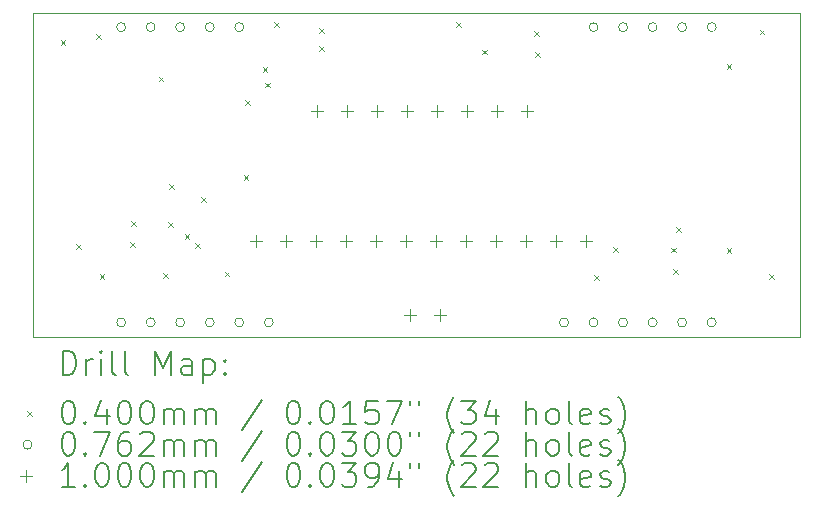
<source format=gbr>
%TF.GenerationSoftware,KiCad,Pcbnew,7.99.0-3522-gc5520b3eef-dirty*%
%TF.CreationDate,2023-12-16T18:02:14+00:00*%
%TF.ProjectId,VFD Replacement,56464420-5265-4706-9c61-63656d656e74,rev?*%
%TF.SameCoordinates,Original*%
%TF.FileFunction,Drillmap*%
%TF.FilePolarity,Positive*%
%FSLAX45Y45*%
G04 Gerber Fmt 4.5, Leading zero omitted, Abs format (unit mm)*
G04 Created by KiCad (PCBNEW 7.99.0-3522-gc5520b3eef-dirty) date 2023-12-16 18:02:14*
%MOMM*%
%LPD*%
G01*
G04 APERTURE LIST*
%ADD10C,0.100000*%
%ADD11C,0.200000*%
G04 APERTURE END LIST*
D10*
X12452820Y-4296163D02*
X18952820Y-4296163D01*
X18952820Y-7046162D01*
X12452820Y-7046162D01*
X12452820Y-4296163D01*
D11*
D10*
X12690000Y-4530000D02*
X12730000Y-4570000D01*
X12730000Y-4530000D02*
X12690000Y-4570000D01*
X12820000Y-6260000D02*
X12860000Y-6300000D01*
X12860000Y-6260000D02*
X12820000Y-6300000D01*
X12990000Y-4480000D02*
X13030000Y-4520000D01*
X13030000Y-4480000D02*
X12990000Y-4520000D01*
X13020000Y-6510000D02*
X13060000Y-6550000D01*
X13060000Y-6510000D02*
X13020000Y-6550000D01*
X13280000Y-6240000D02*
X13320000Y-6280000D01*
X13320000Y-6240000D02*
X13280000Y-6280000D01*
X13290000Y-6062450D02*
X13330000Y-6102450D01*
X13330000Y-6062450D02*
X13290000Y-6102450D01*
X13520000Y-4840000D02*
X13560000Y-4880000D01*
X13560000Y-4840000D02*
X13520000Y-4880000D01*
X13560000Y-6500000D02*
X13600000Y-6540000D01*
X13600000Y-6500000D02*
X13560000Y-6540000D01*
X13600000Y-6070000D02*
X13640000Y-6110000D01*
X13640000Y-6070000D02*
X13600000Y-6110000D01*
X13610000Y-5750000D02*
X13650000Y-5790000D01*
X13650000Y-5750000D02*
X13610000Y-5790000D01*
X13740000Y-6170000D02*
X13780000Y-6210000D01*
X13780000Y-6170000D02*
X13740000Y-6210000D01*
X13830000Y-6250000D02*
X13870000Y-6290000D01*
X13870000Y-6250000D02*
X13830000Y-6290000D01*
X13880000Y-5857550D02*
X13920000Y-5897550D01*
X13920000Y-5857550D02*
X13880000Y-5897550D01*
X14080000Y-6490000D02*
X14120000Y-6530000D01*
X14120000Y-6490000D02*
X14080000Y-6530000D01*
X14240000Y-5670000D02*
X14280000Y-5710000D01*
X14280000Y-5670000D02*
X14240000Y-5710000D01*
X14250000Y-5037550D02*
X14290000Y-5077550D01*
X14290000Y-5037550D02*
X14250000Y-5077550D01*
X14400000Y-4760000D02*
X14440000Y-4800000D01*
X14440000Y-4760000D02*
X14400000Y-4800000D01*
X14420000Y-4890000D02*
X14460000Y-4930000D01*
X14460000Y-4890000D02*
X14420000Y-4930000D01*
X14500000Y-4380000D02*
X14540000Y-4420000D01*
X14540000Y-4380000D02*
X14500000Y-4420000D01*
X14878770Y-4431230D02*
X14918770Y-4471230D01*
X14918770Y-4431230D02*
X14878770Y-4471230D01*
X14880000Y-4580000D02*
X14920000Y-4620000D01*
X14920000Y-4580000D02*
X14880000Y-4620000D01*
X16040000Y-4380000D02*
X16080000Y-4420000D01*
X16080000Y-4380000D02*
X16040000Y-4420000D01*
X16260000Y-4610000D02*
X16300000Y-4650000D01*
X16300000Y-4610000D02*
X16260000Y-4650000D01*
X16700000Y-4452450D02*
X16740000Y-4492450D01*
X16740000Y-4452450D02*
X16700000Y-4492450D01*
X16708770Y-4631230D02*
X16748770Y-4671230D01*
X16748770Y-4631230D02*
X16708770Y-4671230D01*
X17210000Y-6520000D02*
X17250000Y-6560000D01*
X17250000Y-6520000D02*
X17210000Y-6560000D01*
X17370000Y-6280000D02*
X17410000Y-6320000D01*
X17410000Y-6280000D02*
X17370000Y-6320000D01*
X17860246Y-6287550D02*
X17900246Y-6327550D01*
X17900246Y-6287550D02*
X17860246Y-6327550D01*
X17876368Y-6471113D02*
X17916368Y-6511113D01*
X17916368Y-6471113D02*
X17876368Y-6511113D01*
X17900000Y-6112450D02*
X17940000Y-6152450D01*
X17940000Y-6112450D02*
X17900000Y-6152450D01*
X18330000Y-4730000D02*
X18370000Y-4770000D01*
X18370000Y-4730000D02*
X18330000Y-4770000D01*
X18330000Y-6290000D02*
X18370000Y-6330000D01*
X18370000Y-6290000D02*
X18330000Y-6330000D01*
X18610000Y-4440000D02*
X18650000Y-4480000D01*
X18650000Y-4440000D02*
X18610000Y-4480000D01*
X18690000Y-6510000D02*
X18730000Y-6550000D01*
X18730000Y-6510000D02*
X18690000Y-6550000D01*
X13240920Y-4420000D02*
G75*
G02*
X13240920Y-4420000I-38100J0D01*
G01*
X13240920Y-6920000D02*
G75*
G02*
X13240920Y-6920000I-38100J0D01*
G01*
X13490920Y-4420000D02*
G75*
G02*
X13490920Y-4420000I-38100J0D01*
G01*
X13490920Y-6920000D02*
G75*
G02*
X13490920Y-6920000I-38100J0D01*
G01*
X13740920Y-4420000D02*
G75*
G02*
X13740920Y-4420000I-38100J0D01*
G01*
X13740920Y-6920000D02*
G75*
G02*
X13740920Y-6920000I-38100J0D01*
G01*
X13990920Y-4420000D02*
G75*
G02*
X13990920Y-4420000I-38100J0D01*
G01*
X13990920Y-6920000D02*
G75*
G02*
X13990920Y-6920000I-38100J0D01*
G01*
X14240920Y-4420000D02*
G75*
G02*
X14240920Y-4420000I-38100J0D01*
G01*
X14240920Y-6920000D02*
G75*
G02*
X14240920Y-6920000I-38100J0D01*
G01*
X14490920Y-6920000D02*
G75*
G02*
X14490920Y-6920000I-38100J0D01*
G01*
X16990600Y-6920000D02*
G75*
G02*
X16990600Y-6920000I-38100J0D01*
G01*
X17240600Y-6920000D02*
G75*
G02*
X17240600Y-6920000I-38100J0D01*
G01*
X17240920Y-4420000D02*
G75*
G02*
X17240920Y-4420000I-38100J0D01*
G01*
X17490600Y-6920000D02*
G75*
G02*
X17490600Y-6920000I-38100J0D01*
G01*
X17490920Y-4420000D02*
G75*
G02*
X17490920Y-4420000I-38100J0D01*
G01*
X17740600Y-6920000D02*
G75*
G02*
X17740600Y-6920000I-38100J0D01*
G01*
X17740920Y-4420000D02*
G75*
G02*
X17740920Y-4420000I-38100J0D01*
G01*
X17990600Y-6920000D02*
G75*
G02*
X17990600Y-6920000I-38100J0D01*
G01*
X17990920Y-4420000D02*
G75*
G02*
X17990920Y-4420000I-38100J0D01*
G01*
X18240600Y-6920000D02*
G75*
G02*
X18240600Y-6920000I-38100J0D01*
G01*
X18240920Y-4420000D02*
G75*
G02*
X18240920Y-4420000I-38100J0D01*
G01*
X14348000Y-6180000D02*
X14348000Y-6280000D01*
X14298000Y-6230000D02*
X14398000Y-6230000D01*
X14602000Y-6180000D02*
X14602000Y-6280000D01*
X14552000Y-6230000D02*
X14652000Y-6230000D01*
X14856000Y-6180000D02*
X14856000Y-6280000D01*
X14806000Y-6230000D02*
X14906000Y-6230000D01*
X14858000Y-5080000D02*
X14858000Y-5180000D01*
X14808000Y-5130000D02*
X14908000Y-5130000D01*
X15110000Y-6180000D02*
X15110000Y-6280000D01*
X15060000Y-6230000D02*
X15160000Y-6230000D01*
X15112000Y-5080000D02*
X15112000Y-5180000D01*
X15062000Y-5130000D02*
X15162000Y-5130000D01*
X15364000Y-6180000D02*
X15364000Y-6280000D01*
X15314000Y-6230000D02*
X15414000Y-6230000D01*
X15366000Y-5080000D02*
X15366000Y-5180000D01*
X15316000Y-5130000D02*
X15416000Y-5130000D01*
X15618000Y-6180000D02*
X15618000Y-6280000D01*
X15568000Y-6230000D02*
X15668000Y-6230000D01*
X15620000Y-5080000D02*
X15620000Y-5180000D01*
X15570000Y-5130000D02*
X15670000Y-5130000D01*
X15646000Y-6810000D02*
X15646000Y-6910000D01*
X15596000Y-6860000D02*
X15696000Y-6860000D01*
X15872000Y-6180000D02*
X15872000Y-6280000D01*
X15822000Y-6230000D02*
X15922000Y-6230000D01*
X15874000Y-5080000D02*
X15874000Y-5180000D01*
X15824000Y-5130000D02*
X15924000Y-5130000D01*
X15900000Y-6810000D02*
X15900000Y-6910000D01*
X15850000Y-6860000D02*
X15950000Y-6860000D01*
X16126000Y-6180000D02*
X16126000Y-6280000D01*
X16076000Y-6230000D02*
X16176000Y-6230000D01*
X16128000Y-5080000D02*
X16128000Y-5180000D01*
X16078000Y-5130000D02*
X16178000Y-5130000D01*
X16380000Y-6180000D02*
X16380000Y-6280000D01*
X16330000Y-6230000D02*
X16430000Y-6230000D01*
X16382000Y-5080000D02*
X16382000Y-5180000D01*
X16332000Y-5130000D02*
X16432000Y-5130000D01*
X16634000Y-6180000D02*
X16634000Y-6280000D01*
X16584000Y-6230000D02*
X16684000Y-6230000D01*
X16636000Y-5080000D02*
X16636000Y-5180000D01*
X16586000Y-5130000D02*
X16686000Y-5130000D01*
X16888000Y-6180000D02*
X16888000Y-6280000D01*
X16838000Y-6230000D02*
X16938000Y-6230000D01*
X17142000Y-6180000D02*
X17142000Y-6280000D01*
X17092000Y-6230000D02*
X17192000Y-6230000D01*
D11*
X12708596Y-7362646D02*
X12708596Y-7162646D01*
X12708596Y-7162646D02*
X12756215Y-7162646D01*
X12756215Y-7162646D02*
X12784787Y-7172170D01*
X12784787Y-7172170D02*
X12803834Y-7191218D01*
X12803834Y-7191218D02*
X12813358Y-7210265D01*
X12813358Y-7210265D02*
X12822882Y-7248360D01*
X12822882Y-7248360D02*
X12822882Y-7276932D01*
X12822882Y-7276932D02*
X12813358Y-7315027D01*
X12813358Y-7315027D02*
X12803834Y-7334075D01*
X12803834Y-7334075D02*
X12784787Y-7353122D01*
X12784787Y-7353122D02*
X12756215Y-7362646D01*
X12756215Y-7362646D02*
X12708596Y-7362646D01*
X12908596Y-7362646D02*
X12908596Y-7229313D01*
X12908596Y-7267408D02*
X12918120Y-7248360D01*
X12918120Y-7248360D02*
X12927644Y-7238837D01*
X12927644Y-7238837D02*
X12946692Y-7229313D01*
X12946692Y-7229313D02*
X12965739Y-7229313D01*
X13032406Y-7362646D02*
X13032406Y-7229313D01*
X13032406Y-7162646D02*
X13022882Y-7172170D01*
X13022882Y-7172170D02*
X13032406Y-7181694D01*
X13032406Y-7181694D02*
X13041930Y-7172170D01*
X13041930Y-7172170D02*
X13032406Y-7162646D01*
X13032406Y-7162646D02*
X13032406Y-7181694D01*
X13156215Y-7362646D02*
X13137168Y-7353122D01*
X13137168Y-7353122D02*
X13127644Y-7334075D01*
X13127644Y-7334075D02*
X13127644Y-7162646D01*
X13260977Y-7362646D02*
X13241930Y-7353122D01*
X13241930Y-7353122D02*
X13232406Y-7334075D01*
X13232406Y-7334075D02*
X13232406Y-7162646D01*
X13489549Y-7362646D02*
X13489549Y-7162646D01*
X13489549Y-7162646D02*
X13556215Y-7305503D01*
X13556215Y-7305503D02*
X13622882Y-7162646D01*
X13622882Y-7162646D02*
X13622882Y-7362646D01*
X13803834Y-7362646D02*
X13803834Y-7257884D01*
X13803834Y-7257884D02*
X13794311Y-7238837D01*
X13794311Y-7238837D02*
X13775263Y-7229313D01*
X13775263Y-7229313D02*
X13737168Y-7229313D01*
X13737168Y-7229313D02*
X13718120Y-7238837D01*
X13803834Y-7353122D02*
X13784787Y-7362646D01*
X13784787Y-7362646D02*
X13737168Y-7362646D01*
X13737168Y-7362646D02*
X13718120Y-7353122D01*
X13718120Y-7353122D02*
X13708596Y-7334075D01*
X13708596Y-7334075D02*
X13708596Y-7315027D01*
X13708596Y-7315027D02*
X13718120Y-7295980D01*
X13718120Y-7295980D02*
X13737168Y-7286456D01*
X13737168Y-7286456D02*
X13784787Y-7286456D01*
X13784787Y-7286456D02*
X13803834Y-7276932D01*
X13899073Y-7229313D02*
X13899073Y-7429313D01*
X13899073Y-7238837D02*
X13918120Y-7229313D01*
X13918120Y-7229313D02*
X13956215Y-7229313D01*
X13956215Y-7229313D02*
X13975263Y-7238837D01*
X13975263Y-7238837D02*
X13984787Y-7248360D01*
X13984787Y-7248360D02*
X13994311Y-7267408D01*
X13994311Y-7267408D02*
X13994311Y-7324551D01*
X13994311Y-7324551D02*
X13984787Y-7343599D01*
X13984787Y-7343599D02*
X13975263Y-7353122D01*
X13975263Y-7353122D02*
X13956215Y-7362646D01*
X13956215Y-7362646D02*
X13918120Y-7362646D01*
X13918120Y-7362646D02*
X13899073Y-7353122D01*
X14080025Y-7343599D02*
X14089549Y-7353122D01*
X14089549Y-7353122D02*
X14080025Y-7362646D01*
X14080025Y-7362646D02*
X14070501Y-7353122D01*
X14070501Y-7353122D02*
X14080025Y-7343599D01*
X14080025Y-7343599D02*
X14080025Y-7362646D01*
X14080025Y-7238837D02*
X14089549Y-7248360D01*
X14089549Y-7248360D02*
X14080025Y-7257884D01*
X14080025Y-7257884D02*
X14070501Y-7248360D01*
X14070501Y-7248360D02*
X14080025Y-7238837D01*
X14080025Y-7238837D02*
X14080025Y-7257884D01*
D10*
X12407820Y-7671162D02*
X12447820Y-7711162D01*
X12447820Y-7671162D02*
X12407820Y-7711162D01*
D11*
X12746692Y-7582646D02*
X12765739Y-7582646D01*
X12765739Y-7582646D02*
X12784787Y-7592170D01*
X12784787Y-7592170D02*
X12794311Y-7601694D01*
X12794311Y-7601694D02*
X12803834Y-7620741D01*
X12803834Y-7620741D02*
X12813358Y-7658837D01*
X12813358Y-7658837D02*
X12813358Y-7706456D01*
X12813358Y-7706456D02*
X12803834Y-7744551D01*
X12803834Y-7744551D02*
X12794311Y-7763599D01*
X12794311Y-7763599D02*
X12784787Y-7773122D01*
X12784787Y-7773122D02*
X12765739Y-7782646D01*
X12765739Y-7782646D02*
X12746692Y-7782646D01*
X12746692Y-7782646D02*
X12727644Y-7773122D01*
X12727644Y-7773122D02*
X12718120Y-7763599D01*
X12718120Y-7763599D02*
X12708596Y-7744551D01*
X12708596Y-7744551D02*
X12699073Y-7706456D01*
X12699073Y-7706456D02*
X12699073Y-7658837D01*
X12699073Y-7658837D02*
X12708596Y-7620741D01*
X12708596Y-7620741D02*
X12718120Y-7601694D01*
X12718120Y-7601694D02*
X12727644Y-7592170D01*
X12727644Y-7592170D02*
X12746692Y-7582646D01*
X12899073Y-7763599D02*
X12908596Y-7773122D01*
X12908596Y-7773122D02*
X12899073Y-7782646D01*
X12899073Y-7782646D02*
X12889549Y-7773122D01*
X12889549Y-7773122D02*
X12899073Y-7763599D01*
X12899073Y-7763599D02*
X12899073Y-7782646D01*
X13080025Y-7649313D02*
X13080025Y-7782646D01*
X13032406Y-7573122D02*
X12984787Y-7715980D01*
X12984787Y-7715980D02*
X13108596Y-7715980D01*
X13222882Y-7582646D02*
X13241930Y-7582646D01*
X13241930Y-7582646D02*
X13260977Y-7592170D01*
X13260977Y-7592170D02*
X13270501Y-7601694D01*
X13270501Y-7601694D02*
X13280025Y-7620741D01*
X13280025Y-7620741D02*
X13289549Y-7658837D01*
X13289549Y-7658837D02*
X13289549Y-7706456D01*
X13289549Y-7706456D02*
X13280025Y-7744551D01*
X13280025Y-7744551D02*
X13270501Y-7763599D01*
X13270501Y-7763599D02*
X13260977Y-7773122D01*
X13260977Y-7773122D02*
X13241930Y-7782646D01*
X13241930Y-7782646D02*
X13222882Y-7782646D01*
X13222882Y-7782646D02*
X13203834Y-7773122D01*
X13203834Y-7773122D02*
X13194311Y-7763599D01*
X13194311Y-7763599D02*
X13184787Y-7744551D01*
X13184787Y-7744551D02*
X13175263Y-7706456D01*
X13175263Y-7706456D02*
X13175263Y-7658837D01*
X13175263Y-7658837D02*
X13184787Y-7620741D01*
X13184787Y-7620741D02*
X13194311Y-7601694D01*
X13194311Y-7601694D02*
X13203834Y-7592170D01*
X13203834Y-7592170D02*
X13222882Y-7582646D01*
X13413358Y-7582646D02*
X13432406Y-7582646D01*
X13432406Y-7582646D02*
X13451454Y-7592170D01*
X13451454Y-7592170D02*
X13460977Y-7601694D01*
X13460977Y-7601694D02*
X13470501Y-7620741D01*
X13470501Y-7620741D02*
X13480025Y-7658837D01*
X13480025Y-7658837D02*
X13480025Y-7706456D01*
X13480025Y-7706456D02*
X13470501Y-7744551D01*
X13470501Y-7744551D02*
X13460977Y-7763599D01*
X13460977Y-7763599D02*
X13451454Y-7773122D01*
X13451454Y-7773122D02*
X13432406Y-7782646D01*
X13432406Y-7782646D02*
X13413358Y-7782646D01*
X13413358Y-7782646D02*
X13394311Y-7773122D01*
X13394311Y-7773122D02*
X13384787Y-7763599D01*
X13384787Y-7763599D02*
X13375263Y-7744551D01*
X13375263Y-7744551D02*
X13365739Y-7706456D01*
X13365739Y-7706456D02*
X13365739Y-7658837D01*
X13365739Y-7658837D02*
X13375263Y-7620741D01*
X13375263Y-7620741D02*
X13384787Y-7601694D01*
X13384787Y-7601694D02*
X13394311Y-7592170D01*
X13394311Y-7592170D02*
X13413358Y-7582646D01*
X13565739Y-7782646D02*
X13565739Y-7649313D01*
X13565739Y-7668360D02*
X13575263Y-7658837D01*
X13575263Y-7658837D02*
X13594311Y-7649313D01*
X13594311Y-7649313D02*
X13622882Y-7649313D01*
X13622882Y-7649313D02*
X13641930Y-7658837D01*
X13641930Y-7658837D02*
X13651454Y-7677884D01*
X13651454Y-7677884D02*
X13651454Y-7782646D01*
X13651454Y-7677884D02*
X13660977Y-7658837D01*
X13660977Y-7658837D02*
X13680025Y-7649313D01*
X13680025Y-7649313D02*
X13708596Y-7649313D01*
X13708596Y-7649313D02*
X13727644Y-7658837D01*
X13727644Y-7658837D02*
X13737168Y-7677884D01*
X13737168Y-7677884D02*
X13737168Y-7782646D01*
X13832406Y-7782646D02*
X13832406Y-7649313D01*
X13832406Y-7668360D02*
X13841930Y-7658837D01*
X13841930Y-7658837D02*
X13860977Y-7649313D01*
X13860977Y-7649313D02*
X13889549Y-7649313D01*
X13889549Y-7649313D02*
X13908596Y-7658837D01*
X13908596Y-7658837D02*
X13918120Y-7677884D01*
X13918120Y-7677884D02*
X13918120Y-7782646D01*
X13918120Y-7677884D02*
X13927644Y-7658837D01*
X13927644Y-7658837D02*
X13946692Y-7649313D01*
X13946692Y-7649313D02*
X13975263Y-7649313D01*
X13975263Y-7649313D02*
X13994311Y-7658837D01*
X13994311Y-7658837D02*
X14003835Y-7677884D01*
X14003835Y-7677884D02*
X14003835Y-7782646D01*
X14394311Y-7573122D02*
X14222882Y-7830265D01*
X14651454Y-7582646D02*
X14670501Y-7582646D01*
X14670501Y-7582646D02*
X14689549Y-7592170D01*
X14689549Y-7592170D02*
X14699073Y-7601694D01*
X14699073Y-7601694D02*
X14708597Y-7620741D01*
X14708597Y-7620741D02*
X14718120Y-7658837D01*
X14718120Y-7658837D02*
X14718120Y-7706456D01*
X14718120Y-7706456D02*
X14708597Y-7744551D01*
X14708597Y-7744551D02*
X14699073Y-7763599D01*
X14699073Y-7763599D02*
X14689549Y-7773122D01*
X14689549Y-7773122D02*
X14670501Y-7782646D01*
X14670501Y-7782646D02*
X14651454Y-7782646D01*
X14651454Y-7782646D02*
X14632406Y-7773122D01*
X14632406Y-7773122D02*
X14622882Y-7763599D01*
X14622882Y-7763599D02*
X14613358Y-7744551D01*
X14613358Y-7744551D02*
X14603835Y-7706456D01*
X14603835Y-7706456D02*
X14603835Y-7658837D01*
X14603835Y-7658837D02*
X14613358Y-7620741D01*
X14613358Y-7620741D02*
X14622882Y-7601694D01*
X14622882Y-7601694D02*
X14632406Y-7592170D01*
X14632406Y-7592170D02*
X14651454Y-7582646D01*
X14803835Y-7763599D02*
X14813358Y-7773122D01*
X14813358Y-7773122D02*
X14803835Y-7782646D01*
X14803835Y-7782646D02*
X14794311Y-7773122D01*
X14794311Y-7773122D02*
X14803835Y-7763599D01*
X14803835Y-7763599D02*
X14803835Y-7782646D01*
X14937168Y-7582646D02*
X14956216Y-7582646D01*
X14956216Y-7582646D02*
X14975263Y-7592170D01*
X14975263Y-7592170D02*
X14984787Y-7601694D01*
X14984787Y-7601694D02*
X14994311Y-7620741D01*
X14994311Y-7620741D02*
X15003835Y-7658837D01*
X15003835Y-7658837D02*
X15003835Y-7706456D01*
X15003835Y-7706456D02*
X14994311Y-7744551D01*
X14994311Y-7744551D02*
X14984787Y-7763599D01*
X14984787Y-7763599D02*
X14975263Y-7773122D01*
X14975263Y-7773122D02*
X14956216Y-7782646D01*
X14956216Y-7782646D02*
X14937168Y-7782646D01*
X14937168Y-7782646D02*
X14918120Y-7773122D01*
X14918120Y-7773122D02*
X14908597Y-7763599D01*
X14908597Y-7763599D02*
X14899073Y-7744551D01*
X14899073Y-7744551D02*
X14889549Y-7706456D01*
X14889549Y-7706456D02*
X14889549Y-7658837D01*
X14889549Y-7658837D02*
X14899073Y-7620741D01*
X14899073Y-7620741D02*
X14908597Y-7601694D01*
X14908597Y-7601694D02*
X14918120Y-7592170D01*
X14918120Y-7592170D02*
X14937168Y-7582646D01*
X15194311Y-7782646D02*
X15080025Y-7782646D01*
X15137168Y-7782646D02*
X15137168Y-7582646D01*
X15137168Y-7582646D02*
X15118120Y-7611218D01*
X15118120Y-7611218D02*
X15099073Y-7630265D01*
X15099073Y-7630265D02*
X15080025Y-7639789D01*
X15375263Y-7582646D02*
X15280025Y-7582646D01*
X15280025Y-7582646D02*
X15270501Y-7677884D01*
X15270501Y-7677884D02*
X15280025Y-7668360D01*
X15280025Y-7668360D02*
X15299073Y-7658837D01*
X15299073Y-7658837D02*
X15346692Y-7658837D01*
X15346692Y-7658837D02*
X15365739Y-7668360D01*
X15365739Y-7668360D02*
X15375263Y-7677884D01*
X15375263Y-7677884D02*
X15384787Y-7696932D01*
X15384787Y-7696932D02*
X15384787Y-7744551D01*
X15384787Y-7744551D02*
X15375263Y-7763599D01*
X15375263Y-7763599D02*
X15365739Y-7773122D01*
X15365739Y-7773122D02*
X15346692Y-7782646D01*
X15346692Y-7782646D02*
X15299073Y-7782646D01*
X15299073Y-7782646D02*
X15280025Y-7773122D01*
X15280025Y-7773122D02*
X15270501Y-7763599D01*
X15451454Y-7582646D02*
X15584787Y-7582646D01*
X15584787Y-7582646D02*
X15499073Y-7782646D01*
X15651454Y-7582646D02*
X15651454Y-7620741D01*
X15727644Y-7582646D02*
X15727644Y-7620741D01*
X16022882Y-7858837D02*
X16013359Y-7849313D01*
X16013359Y-7849313D02*
X15994311Y-7820741D01*
X15994311Y-7820741D02*
X15984787Y-7801694D01*
X15984787Y-7801694D02*
X15975263Y-7773122D01*
X15975263Y-7773122D02*
X15965740Y-7725503D01*
X15965740Y-7725503D02*
X15965740Y-7687408D01*
X15965740Y-7687408D02*
X15975263Y-7639789D01*
X15975263Y-7639789D02*
X15984787Y-7611218D01*
X15984787Y-7611218D02*
X15994311Y-7592170D01*
X15994311Y-7592170D02*
X16013359Y-7563599D01*
X16013359Y-7563599D02*
X16022882Y-7554075D01*
X16080025Y-7582646D02*
X16203835Y-7582646D01*
X16203835Y-7582646D02*
X16137168Y-7658837D01*
X16137168Y-7658837D02*
X16165740Y-7658837D01*
X16165740Y-7658837D02*
X16184787Y-7668360D01*
X16184787Y-7668360D02*
X16194311Y-7677884D01*
X16194311Y-7677884D02*
X16203835Y-7696932D01*
X16203835Y-7696932D02*
X16203835Y-7744551D01*
X16203835Y-7744551D02*
X16194311Y-7763599D01*
X16194311Y-7763599D02*
X16184787Y-7773122D01*
X16184787Y-7773122D02*
X16165740Y-7782646D01*
X16165740Y-7782646D02*
X16108597Y-7782646D01*
X16108597Y-7782646D02*
X16089549Y-7773122D01*
X16089549Y-7773122D02*
X16080025Y-7763599D01*
X16375263Y-7649313D02*
X16375263Y-7782646D01*
X16327644Y-7573122D02*
X16280025Y-7715980D01*
X16280025Y-7715980D02*
X16403835Y-7715980D01*
X16632406Y-7782646D02*
X16632406Y-7582646D01*
X16718121Y-7782646D02*
X16718121Y-7677884D01*
X16718121Y-7677884D02*
X16708597Y-7658837D01*
X16708597Y-7658837D02*
X16689549Y-7649313D01*
X16689549Y-7649313D02*
X16660978Y-7649313D01*
X16660978Y-7649313D02*
X16641930Y-7658837D01*
X16641930Y-7658837D02*
X16632406Y-7668360D01*
X16841930Y-7782646D02*
X16822883Y-7773122D01*
X16822883Y-7773122D02*
X16813359Y-7763599D01*
X16813359Y-7763599D02*
X16803835Y-7744551D01*
X16803835Y-7744551D02*
X16803835Y-7687408D01*
X16803835Y-7687408D02*
X16813359Y-7668360D01*
X16813359Y-7668360D02*
X16822883Y-7658837D01*
X16822883Y-7658837D02*
X16841930Y-7649313D01*
X16841930Y-7649313D02*
X16870502Y-7649313D01*
X16870502Y-7649313D02*
X16889549Y-7658837D01*
X16889549Y-7658837D02*
X16899073Y-7668360D01*
X16899073Y-7668360D02*
X16908597Y-7687408D01*
X16908597Y-7687408D02*
X16908597Y-7744551D01*
X16908597Y-7744551D02*
X16899073Y-7763599D01*
X16899073Y-7763599D02*
X16889549Y-7773122D01*
X16889549Y-7773122D02*
X16870502Y-7782646D01*
X16870502Y-7782646D02*
X16841930Y-7782646D01*
X17022883Y-7782646D02*
X17003835Y-7773122D01*
X17003835Y-7773122D02*
X16994311Y-7754075D01*
X16994311Y-7754075D02*
X16994311Y-7582646D01*
X17175264Y-7773122D02*
X17156216Y-7782646D01*
X17156216Y-7782646D02*
X17118121Y-7782646D01*
X17118121Y-7782646D02*
X17099073Y-7773122D01*
X17099073Y-7773122D02*
X17089549Y-7754075D01*
X17089549Y-7754075D02*
X17089549Y-7677884D01*
X17089549Y-7677884D02*
X17099073Y-7658837D01*
X17099073Y-7658837D02*
X17118121Y-7649313D01*
X17118121Y-7649313D02*
X17156216Y-7649313D01*
X17156216Y-7649313D02*
X17175264Y-7658837D01*
X17175264Y-7658837D02*
X17184787Y-7677884D01*
X17184787Y-7677884D02*
X17184787Y-7696932D01*
X17184787Y-7696932D02*
X17089549Y-7715980D01*
X17260978Y-7773122D02*
X17280025Y-7782646D01*
X17280025Y-7782646D02*
X17318121Y-7782646D01*
X17318121Y-7782646D02*
X17337168Y-7773122D01*
X17337168Y-7773122D02*
X17346692Y-7754075D01*
X17346692Y-7754075D02*
X17346692Y-7744551D01*
X17346692Y-7744551D02*
X17337168Y-7725503D01*
X17337168Y-7725503D02*
X17318121Y-7715980D01*
X17318121Y-7715980D02*
X17289549Y-7715980D01*
X17289549Y-7715980D02*
X17270502Y-7706456D01*
X17270502Y-7706456D02*
X17260978Y-7687408D01*
X17260978Y-7687408D02*
X17260978Y-7677884D01*
X17260978Y-7677884D02*
X17270502Y-7658837D01*
X17270502Y-7658837D02*
X17289549Y-7649313D01*
X17289549Y-7649313D02*
X17318121Y-7649313D01*
X17318121Y-7649313D02*
X17337168Y-7658837D01*
X17413359Y-7858837D02*
X17422883Y-7849313D01*
X17422883Y-7849313D02*
X17441930Y-7820741D01*
X17441930Y-7820741D02*
X17451454Y-7801694D01*
X17451454Y-7801694D02*
X17460978Y-7773122D01*
X17460978Y-7773122D02*
X17470502Y-7725503D01*
X17470502Y-7725503D02*
X17470502Y-7687408D01*
X17470502Y-7687408D02*
X17460978Y-7639789D01*
X17460978Y-7639789D02*
X17451454Y-7611218D01*
X17451454Y-7611218D02*
X17441930Y-7592170D01*
X17441930Y-7592170D02*
X17422883Y-7563599D01*
X17422883Y-7563599D02*
X17413359Y-7554075D01*
D10*
X12447820Y-7955162D02*
G75*
G02*
X12447820Y-7955162I-38100J0D01*
G01*
D11*
X12746692Y-7846646D02*
X12765739Y-7846646D01*
X12765739Y-7846646D02*
X12784787Y-7856170D01*
X12784787Y-7856170D02*
X12794311Y-7865694D01*
X12794311Y-7865694D02*
X12803834Y-7884741D01*
X12803834Y-7884741D02*
X12813358Y-7922837D01*
X12813358Y-7922837D02*
X12813358Y-7970456D01*
X12813358Y-7970456D02*
X12803834Y-8008551D01*
X12803834Y-8008551D02*
X12794311Y-8027599D01*
X12794311Y-8027599D02*
X12784787Y-8037122D01*
X12784787Y-8037122D02*
X12765739Y-8046646D01*
X12765739Y-8046646D02*
X12746692Y-8046646D01*
X12746692Y-8046646D02*
X12727644Y-8037122D01*
X12727644Y-8037122D02*
X12718120Y-8027599D01*
X12718120Y-8027599D02*
X12708596Y-8008551D01*
X12708596Y-8008551D02*
X12699073Y-7970456D01*
X12699073Y-7970456D02*
X12699073Y-7922837D01*
X12699073Y-7922837D02*
X12708596Y-7884741D01*
X12708596Y-7884741D02*
X12718120Y-7865694D01*
X12718120Y-7865694D02*
X12727644Y-7856170D01*
X12727644Y-7856170D02*
X12746692Y-7846646D01*
X12899073Y-8027599D02*
X12908596Y-8037122D01*
X12908596Y-8037122D02*
X12899073Y-8046646D01*
X12899073Y-8046646D02*
X12889549Y-8037122D01*
X12889549Y-8037122D02*
X12899073Y-8027599D01*
X12899073Y-8027599D02*
X12899073Y-8046646D01*
X12975263Y-7846646D02*
X13108596Y-7846646D01*
X13108596Y-7846646D02*
X13022882Y-8046646D01*
X13270501Y-7846646D02*
X13232406Y-7846646D01*
X13232406Y-7846646D02*
X13213358Y-7856170D01*
X13213358Y-7856170D02*
X13203834Y-7865694D01*
X13203834Y-7865694D02*
X13184787Y-7894265D01*
X13184787Y-7894265D02*
X13175263Y-7932360D01*
X13175263Y-7932360D02*
X13175263Y-8008551D01*
X13175263Y-8008551D02*
X13184787Y-8027599D01*
X13184787Y-8027599D02*
X13194311Y-8037122D01*
X13194311Y-8037122D02*
X13213358Y-8046646D01*
X13213358Y-8046646D02*
X13251454Y-8046646D01*
X13251454Y-8046646D02*
X13270501Y-8037122D01*
X13270501Y-8037122D02*
X13280025Y-8027599D01*
X13280025Y-8027599D02*
X13289549Y-8008551D01*
X13289549Y-8008551D02*
X13289549Y-7960932D01*
X13289549Y-7960932D02*
X13280025Y-7941884D01*
X13280025Y-7941884D02*
X13270501Y-7932360D01*
X13270501Y-7932360D02*
X13251454Y-7922837D01*
X13251454Y-7922837D02*
X13213358Y-7922837D01*
X13213358Y-7922837D02*
X13194311Y-7932360D01*
X13194311Y-7932360D02*
X13184787Y-7941884D01*
X13184787Y-7941884D02*
X13175263Y-7960932D01*
X13365739Y-7865694D02*
X13375263Y-7856170D01*
X13375263Y-7856170D02*
X13394311Y-7846646D01*
X13394311Y-7846646D02*
X13441930Y-7846646D01*
X13441930Y-7846646D02*
X13460977Y-7856170D01*
X13460977Y-7856170D02*
X13470501Y-7865694D01*
X13470501Y-7865694D02*
X13480025Y-7884741D01*
X13480025Y-7884741D02*
X13480025Y-7903789D01*
X13480025Y-7903789D02*
X13470501Y-7932360D01*
X13470501Y-7932360D02*
X13356215Y-8046646D01*
X13356215Y-8046646D02*
X13480025Y-8046646D01*
X13565739Y-8046646D02*
X13565739Y-7913313D01*
X13565739Y-7932360D02*
X13575263Y-7922837D01*
X13575263Y-7922837D02*
X13594311Y-7913313D01*
X13594311Y-7913313D02*
X13622882Y-7913313D01*
X13622882Y-7913313D02*
X13641930Y-7922837D01*
X13641930Y-7922837D02*
X13651454Y-7941884D01*
X13651454Y-7941884D02*
X13651454Y-8046646D01*
X13651454Y-7941884D02*
X13660977Y-7922837D01*
X13660977Y-7922837D02*
X13680025Y-7913313D01*
X13680025Y-7913313D02*
X13708596Y-7913313D01*
X13708596Y-7913313D02*
X13727644Y-7922837D01*
X13727644Y-7922837D02*
X13737168Y-7941884D01*
X13737168Y-7941884D02*
X13737168Y-8046646D01*
X13832406Y-8046646D02*
X13832406Y-7913313D01*
X13832406Y-7932360D02*
X13841930Y-7922837D01*
X13841930Y-7922837D02*
X13860977Y-7913313D01*
X13860977Y-7913313D02*
X13889549Y-7913313D01*
X13889549Y-7913313D02*
X13908596Y-7922837D01*
X13908596Y-7922837D02*
X13918120Y-7941884D01*
X13918120Y-7941884D02*
X13918120Y-8046646D01*
X13918120Y-7941884D02*
X13927644Y-7922837D01*
X13927644Y-7922837D02*
X13946692Y-7913313D01*
X13946692Y-7913313D02*
X13975263Y-7913313D01*
X13975263Y-7913313D02*
X13994311Y-7922837D01*
X13994311Y-7922837D02*
X14003835Y-7941884D01*
X14003835Y-7941884D02*
X14003835Y-8046646D01*
X14394311Y-7837122D02*
X14222882Y-8094265D01*
X14651454Y-7846646D02*
X14670501Y-7846646D01*
X14670501Y-7846646D02*
X14689549Y-7856170D01*
X14689549Y-7856170D02*
X14699073Y-7865694D01*
X14699073Y-7865694D02*
X14708597Y-7884741D01*
X14708597Y-7884741D02*
X14718120Y-7922837D01*
X14718120Y-7922837D02*
X14718120Y-7970456D01*
X14718120Y-7970456D02*
X14708597Y-8008551D01*
X14708597Y-8008551D02*
X14699073Y-8027599D01*
X14699073Y-8027599D02*
X14689549Y-8037122D01*
X14689549Y-8037122D02*
X14670501Y-8046646D01*
X14670501Y-8046646D02*
X14651454Y-8046646D01*
X14651454Y-8046646D02*
X14632406Y-8037122D01*
X14632406Y-8037122D02*
X14622882Y-8027599D01*
X14622882Y-8027599D02*
X14613358Y-8008551D01*
X14613358Y-8008551D02*
X14603835Y-7970456D01*
X14603835Y-7970456D02*
X14603835Y-7922837D01*
X14603835Y-7922837D02*
X14613358Y-7884741D01*
X14613358Y-7884741D02*
X14622882Y-7865694D01*
X14622882Y-7865694D02*
X14632406Y-7856170D01*
X14632406Y-7856170D02*
X14651454Y-7846646D01*
X14803835Y-8027599D02*
X14813358Y-8037122D01*
X14813358Y-8037122D02*
X14803835Y-8046646D01*
X14803835Y-8046646D02*
X14794311Y-8037122D01*
X14794311Y-8037122D02*
X14803835Y-8027599D01*
X14803835Y-8027599D02*
X14803835Y-8046646D01*
X14937168Y-7846646D02*
X14956216Y-7846646D01*
X14956216Y-7846646D02*
X14975263Y-7856170D01*
X14975263Y-7856170D02*
X14984787Y-7865694D01*
X14984787Y-7865694D02*
X14994311Y-7884741D01*
X14994311Y-7884741D02*
X15003835Y-7922837D01*
X15003835Y-7922837D02*
X15003835Y-7970456D01*
X15003835Y-7970456D02*
X14994311Y-8008551D01*
X14994311Y-8008551D02*
X14984787Y-8027599D01*
X14984787Y-8027599D02*
X14975263Y-8037122D01*
X14975263Y-8037122D02*
X14956216Y-8046646D01*
X14956216Y-8046646D02*
X14937168Y-8046646D01*
X14937168Y-8046646D02*
X14918120Y-8037122D01*
X14918120Y-8037122D02*
X14908597Y-8027599D01*
X14908597Y-8027599D02*
X14899073Y-8008551D01*
X14899073Y-8008551D02*
X14889549Y-7970456D01*
X14889549Y-7970456D02*
X14889549Y-7922837D01*
X14889549Y-7922837D02*
X14899073Y-7884741D01*
X14899073Y-7884741D02*
X14908597Y-7865694D01*
X14908597Y-7865694D02*
X14918120Y-7856170D01*
X14918120Y-7856170D02*
X14937168Y-7846646D01*
X15070501Y-7846646D02*
X15194311Y-7846646D01*
X15194311Y-7846646D02*
X15127644Y-7922837D01*
X15127644Y-7922837D02*
X15156216Y-7922837D01*
X15156216Y-7922837D02*
X15175263Y-7932360D01*
X15175263Y-7932360D02*
X15184787Y-7941884D01*
X15184787Y-7941884D02*
X15194311Y-7960932D01*
X15194311Y-7960932D02*
X15194311Y-8008551D01*
X15194311Y-8008551D02*
X15184787Y-8027599D01*
X15184787Y-8027599D02*
X15175263Y-8037122D01*
X15175263Y-8037122D02*
X15156216Y-8046646D01*
X15156216Y-8046646D02*
X15099073Y-8046646D01*
X15099073Y-8046646D02*
X15080025Y-8037122D01*
X15080025Y-8037122D02*
X15070501Y-8027599D01*
X15318120Y-7846646D02*
X15337168Y-7846646D01*
X15337168Y-7846646D02*
X15356216Y-7856170D01*
X15356216Y-7856170D02*
X15365739Y-7865694D01*
X15365739Y-7865694D02*
X15375263Y-7884741D01*
X15375263Y-7884741D02*
X15384787Y-7922837D01*
X15384787Y-7922837D02*
X15384787Y-7970456D01*
X15384787Y-7970456D02*
X15375263Y-8008551D01*
X15375263Y-8008551D02*
X15365739Y-8027599D01*
X15365739Y-8027599D02*
X15356216Y-8037122D01*
X15356216Y-8037122D02*
X15337168Y-8046646D01*
X15337168Y-8046646D02*
X15318120Y-8046646D01*
X15318120Y-8046646D02*
X15299073Y-8037122D01*
X15299073Y-8037122D02*
X15289549Y-8027599D01*
X15289549Y-8027599D02*
X15280025Y-8008551D01*
X15280025Y-8008551D02*
X15270501Y-7970456D01*
X15270501Y-7970456D02*
X15270501Y-7922837D01*
X15270501Y-7922837D02*
X15280025Y-7884741D01*
X15280025Y-7884741D02*
X15289549Y-7865694D01*
X15289549Y-7865694D02*
X15299073Y-7856170D01*
X15299073Y-7856170D02*
X15318120Y-7846646D01*
X15508597Y-7846646D02*
X15527644Y-7846646D01*
X15527644Y-7846646D02*
X15546692Y-7856170D01*
X15546692Y-7856170D02*
X15556216Y-7865694D01*
X15556216Y-7865694D02*
X15565739Y-7884741D01*
X15565739Y-7884741D02*
X15575263Y-7922837D01*
X15575263Y-7922837D02*
X15575263Y-7970456D01*
X15575263Y-7970456D02*
X15565739Y-8008551D01*
X15565739Y-8008551D02*
X15556216Y-8027599D01*
X15556216Y-8027599D02*
X15546692Y-8037122D01*
X15546692Y-8037122D02*
X15527644Y-8046646D01*
X15527644Y-8046646D02*
X15508597Y-8046646D01*
X15508597Y-8046646D02*
X15489549Y-8037122D01*
X15489549Y-8037122D02*
X15480025Y-8027599D01*
X15480025Y-8027599D02*
X15470501Y-8008551D01*
X15470501Y-8008551D02*
X15460978Y-7970456D01*
X15460978Y-7970456D02*
X15460978Y-7922837D01*
X15460978Y-7922837D02*
X15470501Y-7884741D01*
X15470501Y-7884741D02*
X15480025Y-7865694D01*
X15480025Y-7865694D02*
X15489549Y-7856170D01*
X15489549Y-7856170D02*
X15508597Y-7846646D01*
X15651454Y-7846646D02*
X15651454Y-7884741D01*
X15727644Y-7846646D02*
X15727644Y-7884741D01*
X16022882Y-8122837D02*
X16013359Y-8113313D01*
X16013359Y-8113313D02*
X15994311Y-8084741D01*
X15994311Y-8084741D02*
X15984787Y-8065694D01*
X15984787Y-8065694D02*
X15975263Y-8037122D01*
X15975263Y-8037122D02*
X15965740Y-7989503D01*
X15965740Y-7989503D02*
X15965740Y-7951408D01*
X15965740Y-7951408D02*
X15975263Y-7903789D01*
X15975263Y-7903789D02*
X15984787Y-7875218D01*
X15984787Y-7875218D02*
X15994311Y-7856170D01*
X15994311Y-7856170D02*
X16013359Y-7827599D01*
X16013359Y-7827599D02*
X16022882Y-7818075D01*
X16089549Y-7865694D02*
X16099073Y-7856170D01*
X16099073Y-7856170D02*
X16118120Y-7846646D01*
X16118120Y-7846646D02*
X16165740Y-7846646D01*
X16165740Y-7846646D02*
X16184787Y-7856170D01*
X16184787Y-7856170D02*
X16194311Y-7865694D01*
X16194311Y-7865694D02*
X16203835Y-7884741D01*
X16203835Y-7884741D02*
X16203835Y-7903789D01*
X16203835Y-7903789D02*
X16194311Y-7932360D01*
X16194311Y-7932360D02*
X16080025Y-8046646D01*
X16080025Y-8046646D02*
X16203835Y-8046646D01*
X16280025Y-7865694D02*
X16289549Y-7856170D01*
X16289549Y-7856170D02*
X16308597Y-7846646D01*
X16308597Y-7846646D02*
X16356216Y-7846646D01*
X16356216Y-7846646D02*
X16375263Y-7856170D01*
X16375263Y-7856170D02*
X16384787Y-7865694D01*
X16384787Y-7865694D02*
X16394311Y-7884741D01*
X16394311Y-7884741D02*
X16394311Y-7903789D01*
X16394311Y-7903789D02*
X16384787Y-7932360D01*
X16384787Y-7932360D02*
X16270501Y-8046646D01*
X16270501Y-8046646D02*
X16394311Y-8046646D01*
X16632406Y-8046646D02*
X16632406Y-7846646D01*
X16718121Y-8046646D02*
X16718121Y-7941884D01*
X16718121Y-7941884D02*
X16708597Y-7922837D01*
X16708597Y-7922837D02*
X16689549Y-7913313D01*
X16689549Y-7913313D02*
X16660978Y-7913313D01*
X16660978Y-7913313D02*
X16641930Y-7922837D01*
X16641930Y-7922837D02*
X16632406Y-7932360D01*
X16841930Y-8046646D02*
X16822883Y-8037122D01*
X16822883Y-8037122D02*
X16813359Y-8027599D01*
X16813359Y-8027599D02*
X16803835Y-8008551D01*
X16803835Y-8008551D02*
X16803835Y-7951408D01*
X16803835Y-7951408D02*
X16813359Y-7932360D01*
X16813359Y-7932360D02*
X16822883Y-7922837D01*
X16822883Y-7922837D02*
X16841930Y-7913313D01*
X16841930Y-7913313D02*
X16870502Y-7913313D01*
X16870502Y-7913313D02*
X16889549Y-7922837D01*
X16889549Y-7922837D02*
X16899073Y-7932360D01*
X16899073Y-7932360D02*
X16908597Y-7951408D01*
X16908597Y-7951408D02*
X16908597Y-8008551D01*
X16908597Y-8008551D02*
X16899073Y-8027599D01*
X16899073Y-8027599D02*
X16889549Y-8037122D01*
X16889549Y-8037122D02*
X16870502Y-8046646D01*
X16870502Y-8046646D02*
X16841930Y-8046646D01*
X17022883Y-8046646D02*
X17003835Y-8037122D01*
X17003835Y-8037122D02*
X16994311Y-8018075D01*
X16994311Y-8018075D02*
X16994311Y-7846646D01*
X17175264Y-8037122D02*
X17156216Y-8046646D01*
X17156216Y-8046646D02*
X17118121Y-8046646D01*
X17118121Y-8046646D02*
X17099073Y-8037122D01*
X17099073Y-8037122D02*
X17089549Y-8018075D01*
X17089549Y-8018075D02*
X17089549Y-7941884D01*
X17089549Y-7941884D02*
X17099073Y-7922837D01*
X17099073Y-7922837D02*
X17118121Y-7913313D01*
X17118121Y-7913313D02*
X17156216Y-7913313D01*
X17156216Y-7913313D02*
X17175264Y-7922837D01*
X17175264Y-7922837D02*
X17184787Y-7941884D01*
X17184787Y-7941884D02*
X17184787Y-7960932D01*
X17184787Y-7960932D02*
X17089549Y-7979980D01*
X17260978Y-8037122D02*
X17280025Y-8046646D01*
X17280025Y-8046646D02*
X17318121Y-8046646D01*
X17318121Y-8046646D02*
X17337168Y-8037122D01*
X17337168Y-8037122D02*
X17346692Y-8018075D01*
X17346692Y-8018075D02*
X17346692Y-8008551D01*
X17346692Y-8008551D02*
X17337168Y-7989503D01*
X17337168Y-7989503D02*
X17318121Y-7979980D01*
X17318121Y-7979980D02*
X17289549Y-7979980D01*
X17289549Y-7979980D02*
X17270502Y-7970456D01*
X17270502Y-7970456D02*
X17260978Y-7951408D01*
X17260978Y-7951408D02*
X17260978Y-7941884D01*
X17260978Y-7941884D02*
X17270502Y-7922837D01*
X17270502Y-7922837D02*
X17289549Y-7913313D01*
X17289549Y-7913313D02*
X17318121Y-7913313D01*
X17318121Y-7913313D02*
X17337168Y-7922837D01*
X17413359Y-8122837D02*
X17422883Y-8113313D01*
X17422883Y-8113313D02*
X17441930Y-8084741D01*
X17441930Y-8084741D02*
X17451454Y-8065694D01*
X17451454Y-8065694D02*
X17460978Y-8037122D01*
X17460978Y-8037122D02*
X17470502Y-7989503D01*
X17470502Y-7989503D02*
X17470502Y-7951408D01*
X17470502Y-7951408D02*
X17460978Y-7903789D01*
X17460978Y-7903789D02*
X17451454Y-7875218D01*
X17451454Y-7875218D02*
X17441930Y-7856170D01*
X17441930Y-7856170D02*
X17422883Y-7827599D01*
X17422883Y-7827599D02*
X17413359Y-7818075D01*
D10*
X12397820Y-8169162D02*
X12397820Y-8269162D01*
X12347820Y-8219162D02*
X12447820Y-8219162D01*
D11*
X12813358Y-8310646D02*
X12699073Y-8310646D01*
X12756215Y-8310646D02*
X12756215Y-8110646D01*
X12756215Y-8110646D02*
X12737168Y-8139218D01*
X12737168Y-8139218D02*
X12718120Y-8158265D01*
X12718120Y-8158265D02*
X12699073Y-8167789D01*
X12899073Y-8291599D02*
X12908596Y-8301122D01*
X12908596Y-8301122D02*
X12899073Y-8310646D01*
X12899073Y-8310646D02*
X12889549Y-8301122D01*
X12889549Y-8301122D02*
X12899073Y-8291599D01*
X12899073Y-8291599D02*
X12899073Y-8310646D01*
X13032406Y-8110646D02*
X13051454Y-8110646D01*
X13051454Y-8110646D02*
X13070501Y-8120170D01*
X13070501Y-8120170D02*
X13080025Y-8129694D01*
X13080025Y-8129694D02*
X13089549Y-8148741D01*
X13089549Y-8148741D02*
X13099073Y-8186837D01*
X13099073Y-8186837D02*
X13099073Y-8234456D01*
X13099073Y-8234456D02*
X13089549Y-8272551D01*
X13089549Y-8272551D02*
X13080025Y-8291599D01*
X13080025Y-8291599D02*
X13070501Y-8301122D01*
X13070501Y-8301122D02*
X13051454Y-8310646D01*
X13051454Y-8310646D02*
X13032406Y-8310646D01*
X13032406Y-8310646D02*
X13013358Y-8301122D01*
X13013358Y-8301122D02*
X13003834Y-8291599D01*
X13003834Y-8291599D02*
X12994311Y-8272551D01*
X12994311Y-8272551D02*
X12984787Y-8234456D01*
X12984787Y-8234456D02*
X12984787Y-8186837D01*
X12984787Y-8186837D02*
X12994311Y-8148741D01*
X12994311Y-8148741D02*
X13003834Y-8129694D01*
X13003834Y-8129694D02*
X13013358Y-8120170D01*
X13013358Y-8120170D02*
X13032406Y-8110646D01*
X13222882Y-8110646D02*
X13241930Y-8110646D01*
X13241930Y-8110646D02*
X13260977Y-8120170D01*
X13260977Y-8120170D02*
X13270501Y-8129694D01*
X13270501Y-8129694D02*
X13280025Y-8148741D01*
X13280025Y-8148741D02*
X13289549Y-8186837D01*
X13289549Y-8186837D02*
X13289549Y-8234456D01*
X13289549Y-8234456D02*
X13280025Y-8272551D01*
X13280025Y-8272551D02*
X13270501Y-8291599D01*
X13270501Y-8291599D02*
X13260977Y-8301122D01*
X13260977Y-8301122D02*
X13241930Y-8310646D01*
X13241930Y-8310646D02*
X13222882Y-8310646D01*
X13222882Y-8310646D02*
X13203834Y-8301122D01*
X13203834Y-8301122D02*
X13194311Y-8291599D01*
X13194311Y-8291599D02*
X13184787Y-8272551D01*
X13184787Y-8272551D02*
X13175263Y-8234456D01*
X13175263Y-8234456D02*
X13175263Y-8186837D01*
X13175263Y-8186837D02*
X13184787Y-8148741D01*
X13184787Y-8148741D02*
X13194311Y-8129694D01*
X13194311Y-8129694D02*
X13203834Y-8120170D01*
X13203834Y-8120170D02*
X13222882Y-8110646D01*
X13413358Y-8110646D02*
X13432406Y-8110646D01*
X13432406Y-8110646D02*
X13451454Y-8120170D01*
X13451454Y-8120170D02*
X13460977Y-8129694D01*
X13460977Y-8129694D02*
X13470501Y-8148741D01*
X13470501Y-8148741D02*
X13480025Y-8186837D01*
X13480025Y-8186837D02*
X13480025Y-8234456D01*
X13480025Y-8234456D02*
X13470501Y-8272551D01*
X13470501Y-8272551D02*
X13460977Y-8291599D01*
X13460977Y-8291599D02*
X13451454Y-8301122D01*
X13451454Y-8301122D02*
X13432406Y-8310646D01*
X13432406Y-8310646D02*
X13413358Y-8310646D01*
X13413358Y-8310646D02*
X13394311Y-8301122D01*
X13394311Y-8301122D02*
X13384787Y-8291599D01*
X13384787Y-8291599D02*
X13375263Y-8272551D01*
X13375263Y-8272551D02*
X13365739Y-8234456D01*
X13365739Y-8234456D02*
X13365739Y-8186837D01*
X13365739Y-8186837D02*
X13375263Y-8148741D01*
X13375263Y-8148741D02*
X13384787Y-8129694D01*
X13384787Y-8129694D02*
X13394311Y-8120170D01*
X13394311Y-8120170D02*
X13413358Y-8110646D01*
X13565739Y-8310646D02*
X13565739Y-8177313D01*
X13565739Y-8196360D02*
X13575263Y-8186837D01*
X13575263Y-8186837D02*
X13594311Y-8177313D01*
X13594311Y-8177313D02*
X13622882Y-8177313D01*
X13622882Y-8177313D02*
X13641930Y-8186837D01*
X13641930Y-8186837D02*
X13651454Y-8205884D01*
X13651454Y-8205884D02*
X13651454Y-8310646D01*
X13651454Y-8205884D02*
X13660977Y-8186837D01*
X13660977Y-8186837D02*
X13680025Y-8177313D01*
X13680025Y-8177313D02*
X13708596Y-8177313D01*
X13708596Y-8177313D02*
X13727644Y-8186837D01*
X13727644Y-8186837D02*
X13737168Y-8205884D01*
X13737168Y-8205884D02*
X13737168Y-8310646D01*
X13832406Y-8310646D02*
X13832406Y-8177313D01*
X13832406Y-8196360D02*
X13841930Y-8186837D01*
X13841930Y-8186837D02*
X13860977Y-8177313D01*
X13860977Y-8177313D02*
X13889549Y-8177313D01*
X13889549Y-8177313D02*
X13908596Y-8186837D01*
X13908596Y-8186837D02*
X13918120Y-8205884D01*
X13918120Y-8205884D02*
X13918120Y-8310646D01*
X13918120Y-8205884D02*
X13927644Y-8186837D01*
X13927644Y-8186837D02*
X13946692Y-8177313D01*
X13946692Y-8177313D02*
X13975263Y-8177313D01*
X13975263Y-8177313D02*
X13994311Y-8186837D01*
X13994311Y-8186837D02*
X14003835Y-8205884D01*
X14003835Y-8205884D02*
X14003835Y-8310646D01*
X14394311Y-8101122D02*
X14222882Y-8358265D01*
X14651454Y-8110646D02*
X14670501Y-8110646D01*
X14670501Y-8110646D02*
X14689549Y-8120170D01*
X14689549Y-8120170D02*
X14699073Y-8129694D01*
X14699073Y-8129694D02*
X14708597Y-8148741D01*
X14708597Y-8148741D02*
X14718120Y-8186837D01*
X14718120Y-8186837D02*
X14718120Y-8234456D01*
X14718120Y-8234456D02*
X14708597Y-8272551D01*
X14708597Y-8272551D02*
X14699073Y-8291599D01*
X14699073Y-8291599D02*
X14689549Y-8301122D01*
X14689549Y-8301122D02*
X14670501Y-8310646D01*
X14670501Y-8310646D02*
X14651454Y-8310646D01*
X14651454Y-8310646D02*
X14632406Y-8301122D01*
X14632406Y-8301122D02*
X14622882Y-8291599D01*
X14622882Y-8291599D02*
X14613358Y-8272551D01*
X14613358Y-8272551D02*
X14603835Y-8234456D01*
X14603835Y-8234456D02*
X14603835Y-8186837D01*
X14603835Y-8186837D02*
X14613358Y-8148741D01*
X14613358Y-8148741D02*
X14622882Y-8129694D01*
X14622882Y-8129694D02*
X14632406Y-8120170D01*
X14632406Y-8120170D02*
X14651454Y-8110646D01*
X14803835Y-8291599D02*
X14813358Y-8301122D01*
X14813358Y-8301122D02*
X14803835Y-8310646D01*
X14803835Y-8310646D02*
X14794311Y-8301122D01*
X14794311Y-8301122D02*
X14803835Y-8291599D01*
X14803835Y-8291599D02*
X14803835Y-8310646D01*
X14937168Y-8110646D02*
X14956216Y-8110646D01*
X14956216Y-8110646D02*
X14975263Y-8120170D01*
X14975263Y-8120170D02*
X14984787Y-8129694D01*
X14984787Y-8129694D02*
X14994311Y-8148741D01*
X14994311Y-8148741D02*
X15003835Y-8186837D01*
X15003835Y-8186837D02*
X15003835Y-8234456D01*
X15003835Y-8234456D02*
X14994311Y-8272551D01*
X14994311Y-8272551D02*
X14984787Y-8291599D01*
X14984787Y-8291599D02*
X14975263Y-8301122D01*
X14975263Y-8301122D02*
X14956216Y-8310646D01*
X14956216Y-8310646D02*
X14937168Y-8310646D01*
X14937168Y-8310646D02*
X14918120Y-8301122D01*
X14918120Y-8301122D02*
X14908597Y-8291599D01*
X14908597Y-8291599D02*
X14899073Y-8272551D01*
X14899073Y-8272551D02*
X14889549Y-8234456D01*
X14889549Y-8234456D02*
X14889549Y-8186837D01*
X14889549Y-8186837D02*
X14899073Y-8148741D01*
X14899073Y-8148741D02*
X14908597Y-8129694D01*
X14908597Y-8129694D02*
X14918120Y-8120170D01*
X14918120Y-8120170D02*
X14937168Y-8110646D01*
X15070501Y-8110646D02*
X15194311Y-8110646D01*
X15194311Y-8110646D02*
X15127644Y-8186837D01*
X15127644Y-8186837D02*
X15156216Y-8186837D01*
X15156216Y-8186837D02*
X15175263Y-8196360D01*
X15175263Y-8196360D02*
X15184787Y-8205884D01*
X15184787Y-8205884D02*
X15194311Y-8224932D01*
X15194311Y-8224932D02*
X15194311Y-8272551D01*
X15194311Y-8272551D02*
X15184787Y-8291599D01*
X15184787Y-8291599D02*
X15175263Y-8301122D01*
X15175263Y-8301122D02*
X15156216Y-8310646D01*
X15156216Y-8310646D02*
X15099073Y-8310646D01*
X15099073Y-8310646D02*
X15080025Y-8301122D01*
X15080025Y-8301122D02*
X15070501Y-8291599D01*
X15289549Y-8310646D02*
X15327644Y-8310646D01*
X15327644Y-8310646D02*
X15346692Y-8301122D01*
X15346692Y-8301122D02*
X15356216Y-8291599D01*
X15356216Y-8291599D02*
X15375263Y-8263027D01*
X15375263Y-8263027D02*
X15384787Y-8224932D01*
X15384787Y-8224932D02*
X15384787Y-8148741D01*
X15384787Y-8148741D02*
X15375263Y-8129694D01*
X15375263Y-8129694D02*
X15365739Y-8120170D01*
X15365739Y-8120170D02*
X15346692Y-8110646D01*
X15346692Y-8110646D02*
X15308597Y-8110646D01*
X15308597Y-8110646D02*
X15289549Y-8120170D01*
X15289549Y-8120170D02*
X15280025Y-8129694D01*
X15280025Y-8129694D02*
X15270501Y-8148741D01*
X15270501Y-8148741D02*
X15270501Y-8196360D01*
X15270501Y-8196360D02*
X15280025Y-8215408D01*
X15280025Y-8215408D02*
X15289549Y-8224932D01*
X15289549Y-8224932D02*
X15308597Y-8234456D01*
X15308597Y-8234456D02*
X15346692Y-8234456D01*
X15346692Y-8234456D02*
X15365739Y-8224932D01*
X15365739Y-8224932D02*
X15375263Y-8215408D01*
X15375263Y-8215408D02*
X15384787Y-8196360D01*
X15556216Y-8177313D02*
X15556216Y-8310646D01*
X15508597Y-8101122D02*
X15460978Y-8243980D01*
X15460978Y-8243980D02*
X15584787Y-8243980D01*
X15651454Y-8110646D02*
X15651454Y-8148741D01*
X15727644Y-8110646D02*
X15727644Y-8148741D01*
X16022882Y-8386837D02*
X16013359Y-8377313D01*
X16013359Y-8377313D02*
X15994311Y-8348741D01*
X15994311Y-8348741D02*
X15984787Y-8329694D01*
X15984787Y-8329694D02*
X15975263Y-8301122D01*
X15975263Y-8301122D02*
X15965740Y-8253503D01*
X15965740Y-8253503D02*
X15965740Y-8215408D01*
X15965740Y-8215408D02*
X15975263Y-8167789D01*
X15975263Y-8167789D02*
X15984787Y-8139218D01*
X15984787Y-8139218D02*
X15994311Y-8120170D01*
X15994311Y-8120170D02*
X16013359Y-8091599D01*
X16013359Y-8091599D02*
X16022882Y-8082075D01*
X16089549Y-8129694D02*
X16099073Y-8120170D01*
X16099073Y-8120170D02*
X16118120Y-8110646D01*
X16118120Y-8110646D02*
X16165740Y-8110646D01*
X16165740Y-8110646D02*
X16184787Y-8120170D01*
X16184787Y-8120170D02*
X16194311Y-8129694D01*
X16194311Y-8129694D02*
X16203835Y-8148741D01*
X16203835Y-8148741D02*
X16203835Y-8167789D01*
X16203835Y-8167789D02*
X16194311Y-8196360D01*
X16194311Y-8196360D02*
X16080025Y-8310646D01*
X16080025Y-8310646D02*
X16203835Y-8310646D01*
X16280025Y-8129694D02*
X16289549Y-8120170D01*
X16289549Y-8120170D02*
X16308597Y-8110646D01*
X16308597Y-8110646D02*
X16356216Y-8110646D01*
X16356216Y-8110646D02*
X16375263Y-8120170D01*
X16375263Y-8120170D02*
X16384787Y-8129694D01*
X16384787Y-8129694D02*
X16394311Y-8148741D01*
X16394311Y-8148741D02*
X16394311Y-8167789D01*
X16394311Y-8167789D02*
X16384787Y-8196360D01*
X16384787Y-8196360D02*
X16270501Y-8310646D01*
X16270501Y-8310646D02*
X16394311Y-8310646D01*
X16632406Y-8310646D02*
X16632406Y-8110646D01*
X16718121Y-8310646D02*
X16718121Y-8205884D01*
X16718121Y-8205884D02*
X16708597Y-8186837D01*
X16708597Y-8186837D02*
X16689549Y-8177313D01*
X16689549Y-8177313D02*
X16660978Y-8177313D01*
X16660978Y-8177313D02*
X16641930Y-8186837D01*
X16641930Y-8186837D02*
X16632406Y-8196360D01*
X16841930Y-8310646D02*
X16822883Y-8301122D01*
X16822883Y-8301122D02*
X16813359Y-8291599D01*
X16813359Y-8291599D02*
X16803835Y-8272551D01*
X16803835Y-8272551D02*
X16803835Y-8215408D01*
X16803835Y-8215408D02*
X16813359Y-8196360D01*
X16813359Y-8196360D02*
X16822883Y-8186837D01*
X16822883Y-8186837D02*
X16841930Y-8177313D01*
X16841930Y-8177313D02*
X16870502Y-8177313D01*
X16870502Y-8177313D02*
X16889549Y-8186837D01*
X16889549Y-8186837D02*
X16899073Y-8196360D01*
X16899073Y-8196360D02*
X16908597Y-8215408D01*
X16908597Y-8215408D02*
X16908597Y-8272551D01*
X16908597Y-8272551D02*
X16899073Y-8291599D01*
X16899073Y-8291599D02*
X16889549Y-8301122D01*
X16889549Y-8301122D02*
X16870502Y-8310646D01*
X16870502Y-8310646D02*
X16841930Y-8310646D01*
X17022883Y-8310646D02*
X17003835Y-8301122D01*
X17003835Y-8301122D02*
X16994311Y-8282075D01*
X16994311Y-8282075D02*
X16994311Y-8110646D01*
X17175264Y-8301122D02*
X17156216Y-8310646D01*
X17156216Y-8310646D02*
X17118121Y-8310646D01*
X17118121Y-8310646D02*
X17099073Y-8301122D01*
X17099073Y-8301122D02*
X17089549Y-8282075D01*
X17089549Y-8282075D02*
X17089549Y-8205884D01*
X17089549Y-8205884D02*
X17099073Y-8186837D01*
X17099073Y-8186837D02*
X17118121Y-8177313D01*
X17118121Y-8177313D02*
X17156216Y-8177313D01*
X17156216Y-8177313D02*
X17175264Y-8186837D01*
X17175264Y-8186837D02*
X17184787Y-8205884D01*
X17184787Y-8205884D02*
X17184787Y-8224932D01*
X17184787Y-8224932D02*
X17089549Y-8243980D01*
X17260978Y-8301122D02*
X17280025Y-8310646D01*
X17280025Y-8310646D02*
X17318121Y-8310646D01*
X17318121Y-8310646D02*
X17337168Y-8301122D01*
X17337168Y-8301122D02*
X17346692Y-8282075D01*
X17346692Y-8282075D02*
X17346692Y-8272551D01*
X17346692Y-8272551D02*
X17337168Y-8253503D01*
X17337168Y-8253503D02*
X17318121Y-8243980D01*
X17318121Y-8243980D02*
X17289549Y-8243980D01*
X17289549Y-8243980D02*
X17270502Y-8234456D01*
X17270502Y-8234456D02*
X17260978Y-8215408D01*
X17260978Y-8215408D02*
X17260978Y-8205884D01*
X17260978Y-8205884D02*
X17270502Y-8186837D01*
X17270502Y-8186837D02*
X17289549Y-8177313D01*
X17289549Y-8177313D02*
X17318121Y-8177313D01*
X17318121Y-8177313D02*
X17337168Y-8186837D01*
X17413359Y-8386837D02*
X17422883Y-8377313D01*
X17422883Y-8377313D02*
X17441930Y-8348741D01*
X17441930Y-8348741D02*
X17451454Y-8329694D01*
X17451454Y-8329694D02*
X17460978Y-8301122D01*
X17460978Y-8301122D02*
X17470502Y-8253503D01*
X17470502Y-8253503D02*
X17470502Y-8215408D01*
X17470502Y-8215408D02*
X17460978Y-8167789D01*
X17460978Y-8167789D02*
X17451454Y-8139218D01*
X17451454Y-8139218D02*
X17441930Y-8120170D01*
X17441930Y-8120170D02*
X17422883Y-8091599D01*
X17422883Y-8091599D02*
X17413359Y-8082075D01*
M02*

</source>
